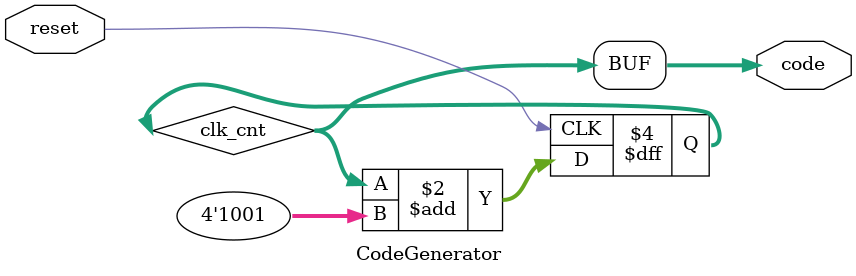
<source format=v>
module CodeGenerator(
	input reset, 
	output [3:0] code
);
  reg [3:0] clk_cnt = 4'b0000;
  always @ (posedge reset) begin
    clk_cnt <= clk_cnt + 4'b1001;
  end
  assign code = clk_cnt;
endmodule
</source>
